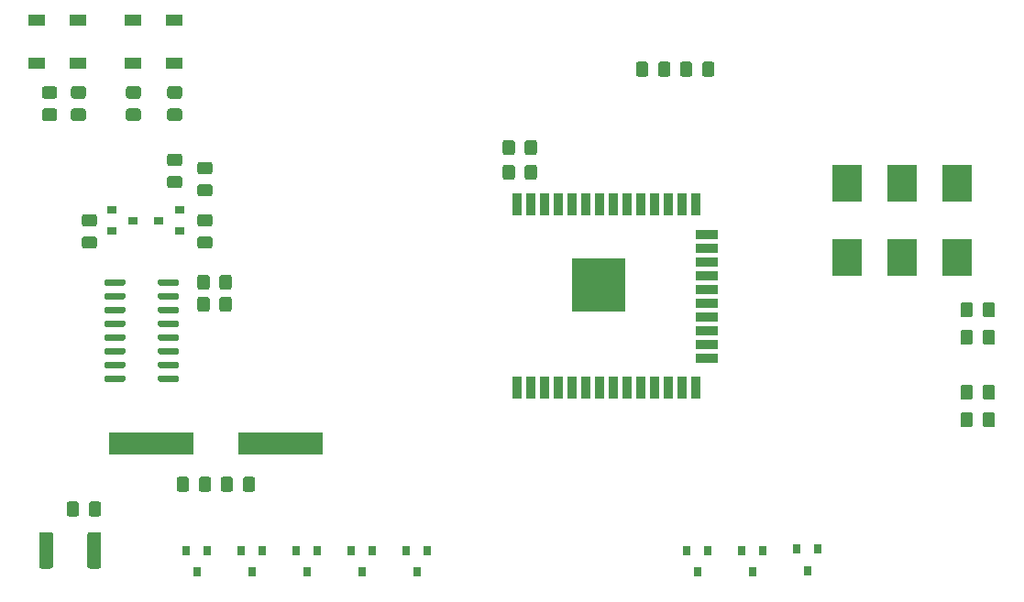
<source format=gbr>
G04 #@! TF.GenerationSoftware,KiCad,Pcbnew,5.1.10-88a1d61d58~88~ubuntu20.04.1*
G04 #@! TF.CreationDate,2021-07-01T12:33:08+02:00*
G04 #@! TF.ProjectId,chamber-board,6368616d-6265-4722-9d62-6f6172642e6b,rev?*
G04 #@! TF.SameCoordinates,Original*
G04 #@! TF.FileFunction,Paste,Bot*
G04 #@! TF.FilePolarity,Positive*
%FSLAX46Y46*%
G04 Gerber Fmt 4.6, Leading zero omitted, Abs format (unit mm)*
G04 Created by KiCad (PCBNEW 5.1.10-88a1d61d58~88~ubuntu20.04.1) date 2021-07-01 12:33:08*
%MOMM*%
%LPD*%
G01*
G04 APERTURE LIST*
%ADD10R,5.000000X5.000000*%
%ADD11R,0.900000X2.000000*%
%ADD12R,2.000000X0.900000*%
%ADD13R,7.875000X2.000000*%
%ADD14R,2.700000X3.500000*%
%ADD15R,1.500000X1.050000*%
%ADD16R,0.800000X0.900000*%
%ADD17R,0.900000X0.800000*%
G04 APERTURE END LIST*
D10*
X163075000Y-74565000D03*
D11*
X155575000Y-67065000D03*
X156845000Y-67065000D03*
X158115000Y-67065000D03*
X159385000Y-67065000D03*
X160655000Y-67065000D03*
X161925000Y-67065000D03*
X163195000Y-67065000D03*
X164465000Y-67065000D03*
X165735000Y-67065000D03*
X167005000Y-67065000D03*
X168275000Y-67065000D03*
X169545000Y-67065000D03*
X170815000Y-67065000D03*
X172085000Y-67065000D03*
D12*
X173085000Y-69850000D03*
X173085000Y-71120000D03*
X173085000Y-72390000D03*
X173085000Y-73660000D03*
X173085000Y-74930000D03*
X173085000Y-76200000D03*
X173085000Y-77470000D03*
X173085000Y-78740000D03*
X173085000Y-80010000D03*
X173085000Y-81280000D03*
D11*
X172085000Y-84065000D03*
X170815000Y-84065000D03*
X169545000Y-84065000D03*
X168275000Y-84065000D03*
X167005000Y-84065000D03*
X165735000Y-84065000D03*
X164465000Y-84065000D03*
X163195000Y-84065000D03*
X161925000Y-84065000D03*
X160655000Y-84065000D03*
X159385000Y-84065000D03*
X158115000Y-84065000D03*
X156845000Y-84065000D03*
X155575000Y-84065000D03*
G36*
G01*
X131394000Y-92513999D02*
X131394000Y-93414001D01*
G75*
G02*
X131144001Y-93664000I-249999J0D01*
G01*
X130493999Y-93664000D01*
G75*
G02*
X130244000Y-93414001I0J249999D01*
G01*
X130244000Y-92513999D01*
G75*
G02*
X130493999Y-92264000I249999J0D01*
G01*
X131144001Y-92264000D01*
G75*
G02*
X131394000Y-92513999I0J-249999D01*
G01*
G37*
G36*
G01*
X129344000Y-92513999D02*
X129344000Y-93414001D01*
G75*
G02*
X129094001Y-93664000I-249999J0D01*
G01*
X128443999Y-93664000D01*
G75*
G02*
X128194000Y-93414001I0J249999D01*
G01*
X128194000Y-92513999D01*
G75*
G02*
X128443999Y-92264000I249999J0D01*
G01*
X129094001Y-92264000D01*
G75*
G02*
X129344000Y-92513999I0J-249999D01*
G01*
G37*
G36*
G01*
X126180000Y-93414001D02*
X126180000Y-92513999D01*
G75*
G02*
X126429999Y-92264000I249999J0D01*
G01*
X127080001Y-92264000D01*
G75*
G02*
X127330000Y-92513999I0J-249999D01*
G01*
X127330000Y-93414001D01*
G75*
G02*
X127080001Y-93664000I-249999J0D01*
G01*
X126429999Y-93664000D01*
G75*
G02*
X126180000Y-93414001I0J249999D01*
G01*
G37*
G36*
G01*
X124130000Y-93414001D02*
X124130000Y-92513999D01*
G75*
G02*
X124379999Y-92264000I249999J0D01*
G01*
X125030001Y-92264000D01*
G75*
G02*
X125280000Y-92513999I0J-249999D01*
G01*
X125280000Y-93414001D01*
G75*
G02*
X125030001Y-93664000I-249999J0D01*
G01*
X124379999Y-93664000D01*
G75*
G02*
X124130000Y-93414001I0J249999D01*
G01*
G37*
G36*
G01*
X113970000Y-95700001D02*
X113970000Y-94799999D01*
G75*
G02*
X114219999Y-94550000I249999J0D01*
G01*
X114870001Y-94550000D01*
G75*
G02*
X115120000Y-94799999I0J-249999D01*
G01*
X115120000Y-95700001D01*
G75*
G02*
X114870001Y-95950000I-249999J0D01*
G01*
X114219999Y-95950000D01*
G75*
G02*
X113970000Y-95700001I0J249999D01*
G01*
G37*
G36*
G01*
X116020000Y-95700001D02*
X116020000Y-94799999D01*
G75*
G02*
X116269999Y-94550000I249999J0D01*
G01*
X116920001Y-94550000D01*
G75*
G02*
X117170000Y-94799999I0J-249999D01*
G01*
X117170000Y-95700001D01*
G75*
G02*
X116920001Y-95950000I-249999J0D01*
G01*
X116269999Y-95950000D01*
G75*
G02*
X116020000Y-95700001I0J249999D01*
G01*
G37*
G36*
G01*
X155379000Y-63684999D02*
X155379000Y-64585001D01*
G75*
G02*
X155129001Y-64835000I-249999J0D01*
G01*
X154478999Y-64835000D01*
G75*
G02*
X154229000Y-64585001I0J249999D01*
G01*
X154229000Y-63684999D01*
G75*
G02*
X154478999Y-63435000I249999J0D01*
G01*
X155129001Y-63435000D01*
G75*
G02*
X155379000Y-63684999I0J-249999D01*
G01*
G37*
G36*
G01*
X157429000Y-63684999D02*
X157429000Y-64585001D01*
G75*
G02*
X157179001Y-64835000I-249999J0D01*
G01*
X156528999Y-64835000D01*
G75*
G02*
X156279000Y-64585001I0J249999D01*
G01*
X156279000Y-63684999D01*
G75*
G02*
X156528999Y-63435000I249999J0D01*
G01*
X157179001Y-63435000D01*
G75*
G02*
X157429000Y-63684999I0J-249999D01*
G01*
G37*
G36*
G01*
X157429000Y-61398999D02*
X157429000Y-62299001D01*
G75*
G02*
X157179001Y-62549000I-249999J0D01*
G01*
X156528999Y-62549000D01*
G75*
G02*
X156279000Y-62299001I0J249999D01*
G01*
X156279000Y-61398999D01*
G75*
G02*
X156528999Y-61149000I249999J0D01*
G01*
X157179001Y-61149000D01*
G75*
G02*
X157429000Y-61398999I0J-249999D01*
G01*
G37*
G36*
G01*
X155379000Y-61398999D02*
X155379000Y-62299001D01*
G75*
G02*
X155129001Y-62549000I-249999J0D01*
G01*
X154478999Y-62549000D01*
G75*
G02*
X154229000Y-62299001I0J249999D01*
G01*
X154229000Y-61398999D01*
G75*
G02*
X154478999Y-61149000I249999J0D01*
G01*
X155129001Y-61149000D01*
G75*
G02*
X155379000Y-61398999I0J-249999D01*
G01*
G37*
G36*
G01*
X198570000Y-84905001D02*
X198570000Y-84004999D01*
G75*
G02*
X198819999Y-83755000I249999J0D01*
G01*
X199470001Y-83755000D01*
G75*
G02*
X199720000Y-84004999I0J-249999D01*
G01*
X199720000Y-84905001D01*
G75*
G02*
X199470001Y-85155000I-249999J0D01*
G01*
X198819999Y-85155000D01*
G75*
G02*
X198570000Y-84905001I0J249999D01*
G01*
G37*
G36*
G01*
X196520000Y-84905001D02*
X196520000Y-84004999D01*
G75*
G02*
X196769999Y-83755000I249999J0D01*
G01*
X197420001Y-83755000D01*
G75*
G02*
X197670000Y-84004999I0J-249999D01*
G01*
X197670000Y-84905001D01*
G75*
G02*
X197420001Y-85155000I-249999J0D01*
G01*
X196769999Y-85155000D01*
G75*
G02*
X196520000Y-84905001I0J249999D01*
G01*
G37*
G36*
G01*
X196520000Y-87445001D02*
X196520000Y-86544999D01*
G75*
G02*
X196769999Y-86295000I249999J0D01*
G01*
X197420001Y-86295000D01*
G75*
G02*
X197670000Y-86544999I0J-249999D01*
G01*
X197670000Y-87445001D01*
G75*
G02*
X197420001Y-87695000I-249999J0D01*
G01*
X196769999Y-87695000D01*
G75*
G02*
X196520000Y-87445001I0J249999D01*
G01*
G37*
G36*
G01*
X198570000Y-87445001D02*
X198570000Y-86544999D01*
G75*
G02*
X198819999Y-86295000I249999J0D01*
G01*
X199470001Y-86295000D01*
G75*
G02*
X199720000Y-86544999I0J-249999D01*
G01*
X199720000Y-87445001D01*
G75*
G02*
X199470001Y-87695000I-249999J0D01*
G01*
X198819999Y-87695000D01*
G75*
G02*
X198570000Y-87445001I0J249999D01*
G01*
G37*
G36*
G01*
X198570000Y-77285001D02*
X198570000Y-76384999D01*
G75*
G02*
X198819999Y-76135000I249999J0D01*
G01*
X199470001Y-76135000D01*
G75*
G02*
X199720000Y-76384999I0J-249999D01*
G01*
X199720000Y-77285001D01*
G75*
G02*
X199470001Y-77535000I-249999J0D01*
G01*
X198819999Y-77535000D01*
G75*
G02*
X198570000Y-77285001I0J249999D01*
G01*
G37*
G36*
G01*
X196520000Y-77285001D02*
X196520000Y-76384999D01*
G75*
G02*
X196769999Y-76135000I249999J0D01*
G01*
X197420001Y-76135000D01*
G75*
G02*
X197670000Y-76384999I0J-249999D01*
G01*
X197670000Y-77285001D01*
G75*
G02*
X197420001Y-77535000I-249999J0D01*
G01*
X196769999Y-77535000D01*
G75*
G02*
X196520000Y-77285001I0J249999D01*
G01*
G37*
G36*
G01*
X196520000Y-79825001D02*
X196520000Y-78924999D01*
G75*
G02*
X196769999Y-78675000I249999J0D01*
G01*
X197420001Y-78675000D01*
G75*
G02*
X197670000Y-78924999I0J-249999D01*
G01*
X197670000Y-79825001D01*
G75*
G02*
X197420001Y-80075000I-249999J0D01*
G01*
X196769999Y-80075000D01*
G75*
G02*
X196520000Y-79825001I0J249999D01*
G01*
G37*
G36*
G01*
X198570000Y-79825001D02*
X198570000Y-78924999D01*
G75*
G02*
X198819999Y-78675000I249999J0D01*
G01*
X199470001Y-78675000D01*
G75*
G02*
X199720000Y-78924999I0J-249999D01*
G01*
X199720000Y-79825001D01*
G75*
G02*
X199470001Y-80075000I-249999J0D01*
G01*
X198819999Y-80075000D01*
G75*
G02*
X198570000Y-79825001I0J249999D01*
G01*
G37*
D13*
X133699500Y-89154000D03*
X121824500Y-89154000D03*
D14*
X191135000Y-71980000D03*
X191135000Y-65180000D03*
X196215000Y-65180000D03*
X196215000Y-71980000D03*
X186055000Y-65180000D03*
X186055000Y-71980000D03*
G36*
G01*
X111425000Y-100510000D02*
X111425000Y-97610000D01*
G75*
G02*
X111675000Y-97360000I250000J0D01*
G01*
X112475000Y-97360000D01*
G75*
G02*
X112725000Y-97610000I0J-250000D01*
G01*
X112725000Y-100510000D01*
G75*
G02*
X112475000Y-100760000I-250000J0D01*
G01*
X111675000Y-100760000D01*
G75*
G02*
X111425000Y-100510000I0J250000D01*
G01*
G37*
G36*
G01*
X115875000Y-100510000D02*
X115875000Y-97610000D01*
G75*
G02*
X116125000Y-97360000I250000J0D01*
G01*
X116925000Y-97360000D01*
G75*
G02*
X117175000Y-97610000I0J-250000D01*
G01*
X117175000Y-100510000D01*
G75*
G02*
X116925000Y-100760000I-250000J0D01*
G01*
X116125000Y-100760000D01*
G75*
G02*
X115875000Y-100510000I0J250000D01*
G01*
G37*
D15*
X123916640Y-50042461D03*
X123916640Y-54042461D03*
X115026640Y-54042461D03*
X115026640Y-50042461D03*
X120106640Y-50042461D03*
X120106640Y-54042461D03*
X111216640Y-54042461D03*
X111216640Y-50042461D03*
G36*
G01*
X124354000Y-74145000D02*
X124354000Y-74445000D01*
G75*
G02*
X124204000Y-74595000I-150000J0D01*
G01*
X122554000Y-74595000D01*
G75*
G02*
X122404000Y-74445000I0J150000D01*
G01*
X122404000Y-74145000D01*
G75*
G02*
X122554000Y-73995000I150000J0D01*
G01*
X124204000Y-73995000D01*
G75*
G02*
X124354000Y-74145000I0J-150000D01*
G01*
G37*
G36*
G01*
X124354000Y-75415000D02*
X124354000Y-75715000D01*
G75*
G02*
X124204000Y-75865000I-150000J0D01*
G01*
X122554000Y-75865000D01*
G75*
G02*
X122404000Y-75715000I0J150000D01*
G01*
X122404000Y-75415000D01*
G75*
G02*
X122554000Y-75265000I150000J0D01*
G01*
X124204000Y-75265000D01*
G75*
G02*
X124354000Y-75415000I0J-150000D01*
G01*
G37*
G36*
G01*
X124354000Y-76685000D02*
X124354000Y-76985000D01*
G75*
G02*
X124204000Y-77135000I-150000J0D01*
G01*
X122554000Y-77135000D01*
G75*
G02*
X122404000Y-76985000I0J150000D01*
G01*
X122404000Y-76685000D01*
G75*
G02*
X122554000Y-76535000I150000J0D01*
G01*
X124204000Y-76535000D01*
G75*
G02*
X124354000Y-76685000I0J-150000D01*
G01*
G37*
G36*
G01*
X124354000Y-77955000D02*
X124354000Y-78255000D01*
G75*
G02*
X124204000Y-78405000I-150000J0D01*
G01*
X122554000Y-78405000D01*
G75*
G02*
X122404000Y-78255000I0J150000D01*
G01*
X122404000Y-77955000D01*
G75*
G02*
X122554000Y-77805000I150000J0D01*
G01*
X124204000Y-77805000D01*
G75*
G02*
X124354000Y-77955000I0J-150000D01*
G01*
G37*
G36*
G01*
X124354000Y-79225000D02*
X124354000Y-79525000D01*
G75*
G02*
X124204000Y-79675000I-150000J0D01*
G01*
X122554000Y-79675000D01*
G75*
G02*
X122404000Y-79525000I0J150000D01*
G01*
X122404000Y-79225000D01*
G75*
G02*
X122554000Y-79075000I150000J0D01*
G01*
X124204000Y-79075000D01*
G75*
G02*
X124354000Y-79225000I0J-150000D01*
G01*
G37*
G36*
G01*
X124354000Y-80495000D02*
X124354000Y-80795000D01*
G75*
G02*
X124204000Y-80945000I-150000J0D01*
G01*
X122554000Y-80945000D01*
G75*
G02*
X122404000Y-80795000I0J150000D01*
G01*
X122404000Y-80495000D01*
G75*
G02*
X122554000Y-80345000I150000J0D01*
G01*
X124204000Y-80345000D01*
G75*
G02*
X124354000Y-80495000I0J-150000D01*
G01*
G37*
G36*
G01*
X124354000Y-81765000D02*
X124354000Y-82065000D01*
G75*
G02*
X124204000Y-82215000I-150000J0D01*
G01*
X122554000Y-82215000D01*
G75*
G02*
X122404000Y-82065000I0J150000D01*
G01*
X122404000Y-81765000D01*
G75*
G02*
X122554000Y-81615000I150000J0D01*
G01*
X124204000Y-81615000D01*
G75*
G02*
X124354000Y-81765000I0J-150000D01*
G01*
G37*
G36*
G01*
X124354000Y-83035000D02*
X124354000Y-83335000D01*
G75*
G02*
X124204000Y-83485000I-150000J0D01*
G01*
X122554000Y-83485000D01*
G75*
G02*
X122404000Y-83335000I0J150000D01*
G01*
X122404000Y-83035000D01*
G75*
G02*
X122554000Y-82885000I150000J0D01*
G01*
X124204000Y-82885000D01*
G75*
G02*
X124354000Y-83035000I0J-150000D01*
G01*
G37*
G36*
G01*
X119404000Y-83035000D02*
X119404000Y-83335000D01*
G75*
G02*
X119254000Y-83485000I-150000J0D01*
G01*
X117604000Y-83485000D01*
G75*
G02*
X117454000Y-83335000I0J150000D01*
G01*
X117454000Y-83035000D01*
G75*
G02*
X117604000Y-82885000I150000J0D01*
G01*
X119254000Y-82885000D01*
G75*
G02*
X119404000Y-83035000I0J-150000D01*
G01*
G37*
G36*
G01*
X119404000Y-81765000D02*
X119404000Y-82065000D01*
G75*
G02*
X119254000Y-82215000I-150000J0D01*
G01*
X117604000Y-82215000D01*
G75*
G02*
X117454000Y-82065000I0J150000D01*
G01*
X117454000Y-81765000D01*
G75*
G02*
X117604000Y-81615000I150000J0D01*
G01*
X119254000Y-81615000D01*
G75*
G02*
X119404000Y-81765000I0J-150000D01*
G01*
G37*
G36*
G01*
X119404000Y-80495000D02*
X119404000Y-80795000D01*
G75*
G02*
X119254000Y-80945000I-150000J0D01*
G01*
X117604000Y-80945000D01*
G75*
G02*
X117454000Y-80795000I0J150000D01*
G01*
X117454000Y-80495000D01*
G75*
G02*
X117604000Y-80345000I150000J0D01*
G01*
X119254000Y-80345000D01*
G75*
G02*
X119404000Y-80495000I0J-150000D01*
G01*
G37*
G36*
G01*
X119404000Y-79225000D02*
X119404000Y-79525000D01*
G75*
G02*
X119254000Y-79675000I-150000J0D01*
G01*
X117604000Y-79675000D01*
G75*
G02*
X117454000Y-79525000I0J150000D01*
G01*
X117454000Y-79225000D01*
G75*
G02*
X117604000Y-79075000I150000J0D01*
G01*
X119254000Y-79075000D01*
G75*
G02*
X119404000Y-79225000I0J-150000D01*
G01*
G37*
G36*
G01*
X119404000Y-77955000D02*
X119404000Y-78255000D01*
G75*
G02*
X119254000Y-78405000I-150000J0D01*
G01*
X117604000Y-78405000D01*
G75*
G02*
X117454000Y-78255000I0J150000D01*
G01*
X117454000Y-77955000D01*
G75*
G02*
X117604000Y-77805000I150000J0D01*
G01*
X119254000Y-77805000D01*
G75*
G02*
X119404000Y-77955000I0J-150000D01*
G01*
G37*
G36*
G01*
X119404000Y-76685000D02*
X119404000Y-76985000D01*
G75*
G02*
X119254000Y-77135000I-150000J0D01*
G01*
X117604000Y-77135000D01*
G75*
G02*
X117454000Y-76985000I0J150000D01*
G01*
X117454000Y-76685000D01*
G75*
G02*
X117604000Y-76535000I150000J0D01*
G01*
X119254000Y-76535000D01*
G75*
G02*
X119404000Y-76685000I0J-150000D01*
G01*
G37*
G36*
G01*
X119404000Y-75415000D02*
X119404000Y-75715000D01*
G75*
G02*
X119254000Y-75865000I-150000J0D01*
G01*
X117604000Y-75865000D01*
G75*
G02*
X117454000Y-75715000I0J150000D01*
G01*
X117454000Y-75415000D01*
G75*
G02*
X117604000Y-75265000I150000J0D01*
G01*
X119254000Y-75265000D01*
G75*
G02*
X119404000Y-75415000I0J-150000D01*
G01*
G37*
G36*
G01*
X119404000Y-74145000D02*
X119404000Y-74445000D01*
G75*
G02*
X119254000Y-74595000I-150000J0D01*
G01*
X117604000Y-74595000D01*
G75*
G02*
X117454000Y-74445000I0J150000D01*
G01*
X117454000Y-74145000D01*
G75*
G02*
X117604000Y-73995000I150000J0D01*
G01*
X119254000Y-73995000D01*
G75*
G02*
X119404000Y-74145000I0J-150000D01*
G01*
G37*
D16*
X182372000Y-100949000D03*
X183322000Y-98949000D03*
X181422000Y-98949000D03*
X176342000Y-99076000D03*
X178242000Y-99076000D03*
X177292000Y-101076000D03*
X172212000Y-101076000D03*
X173162000Y-99076000D03*
X171262000Y-99076000D03*
X145354000Y-99076000D03*
X147254000Y-99076000D03*
X146304000Y-101076000D03*
X136144000Y-101076000D03*
X137094000Y-99076000D03*
X135194000Y-99076000D03*
X130114000Y-99076000D03*
X132014000Y-99076000D03*
X131064000Y-101076000D03*
X125984000Y-101076000D03*
X126934000Y-99076000D03*
X125034000Y-99076000D03*
D17*
X118126000Y-69530000D03*
X118126000Y-67630000D03*
X120126000Y-68580000D03*
X122444000Y-68580000D03*
X124444000Y-69530000D03*
X124444000Y-67630000D03*
D16*
X140274000Y-99076000D03*
X142174000Y-99076000D03*
X141224000Y-101076000D03*
G36*
G01*
X115627999Y-70046000D02*
X116528001Y-70046000D01*
G75*
G02*
X116778000Y-70295999I0J-249999D01*
G01*
X116778000Y-70946001D01*
G75*
G02*
X116528001Y-71196000I-249999J0D01*
G01*
X115627999Y-71196000D01*
G75*
G02*
X115378000Y-70946001I0J249999D01*
G01*
X115378000Y-70295999D01*
G75*
G02*
X115627999Y-70046000I249999J0D01*
G01*
G37*
G36*
G01*
X115627999Y-67996000D02*
X116528001Y-67996000D01*
G75*
G02*
X116778000Y-68245999I0J-249999D01*
G01*
X116778000Y-68896001D01*
G75*
G02*
X116528001Y-69146000I-249999J0D01*
G01*
X115627999Y-69146000D01*
G75*
G02*
X115378000Y-68896001I0J249999D01*
G01*
X115378000Y-68245999D01*
G75*
G02*
X115627999Y-67996000I249999J0D01*
G01*
G37*
G36*
G01*
X170612000Y-55060001D02*
X170612000Y-54159999D01*
G75*
G02*
X170861999Y-53910000I249999J0D01*
G01*
X171512001Y-53910000D01*
G75*
G02*
X171762000Y-54159999I0J-249999D01*
G01*
X171762000Y-55060001D01*
G75*
G02*
X171512001Y-55310000I-249999J0D01*
G01*
X170861999Y-55310000D01*
G75*
G02*
X170612000Y-55060001I0J249999D01*
G01*
G37*
G36*
G01*
X172662000Y-55060001D02*
X172662000Y-54159999D01*
G75*
G02*
X172911999Y-53910000I249999J0D01*
G01*
X173562001Y-53910000D01*
G75*
G02*
X173812000Y-54159999I0J-249999D01*
G01*
X173812000Y-55060001D01*
G75*
G02*
X173562001Y-55310000I-249999J0D01*
G01*
X172911999Y-55310000D01*
G75*
G02*
X172662000Y-55060001I0J249999D01*
G01*
G37*
G36*
G01*
X127185000Y-73844999D02*
X127185000Y-74745001D01*
G75*
G02*
X126935001Y-74995000I-249999J0D01*
G01*
X126284999Y-74995000D01*
G75*
G02*
X126035000Y-74745001I0J249999D01*
G01*
X126035000Y-73844999D01*
G75*
G02*
X126284999Y-73595000I249999J0D01*
G01*
X126935001Y-73595000D01*
G75*
G02*
X127185000Y-73844999I0J-249999D01*
G01*
G37*
G36*
G01*
X129235000Y-73844999D02*
X129235000Y-74745001D01*
G75*
G02*
X128985001Y-74995000I-249999J0D01*
G01*
X128334999Y-74995000D01*
G75*
G02*
X128085000Y-74745001I0J249999D01*
G01*
X128085000Y-73844999D01*
G75*
G02*
X128334999Y-73595000I249999J0D01*
G01*
X128985001Y-73595000D01*
G75*
G02*
X129235000Y-73844999I0J-249999D01*
G01*
G37*
G36*
G01*
X129235000Y-75876999D02*
X129235000Y-76777001D01*
G75*
G02*
X128985001Y-77027000I-249999J0D01*
G01*
X128334999Y-77027000D01*
G75*
G02*
X128085000Y-76777001I0J249999D01*
G01*
X128085000Y-75876999D01*
G75*
G02*
X128334999Y-75627000I249999J0D01*
G01*
X128985001Y-75627000D01*
G75*
G02*
X129235000Y-75876999I0J-249999D01*
G01*
G37*
G36*
G01*
X127185000Y-75876999D02*
X127185000Y-76777001D01*
G75*
G02*
X126935001Y-77027000I-249999J0D01*
G01*
X126284999Y-77027000D01*
G75*
G02*
X126035000Y-76777001I0J249999D01*
G01*
X126035000Y-75876999D01*
G75*
G02*
X126284999Y-75627000I249999J0D01*
G01*
X126935001Y-75627000D01*
G75*
G02*
X127185000Y-75876999I0J-249999D01*
G01*
G37*
G36*
G01*
X111944999Y-58235000D02*
X112845001Y-58235000D01*
G75*
G02*
X113095000Y-58484999I0J-249999D01*
G01*
X113095000Y-59135001D01*
G75*
G02*
X112845001Y-59385000I-249999J0D01*
G01*
X111944999Y-59385000D01*
G75*
G02*
X111695000Y-59135001I0J249999D01*
G01*
X111695000Y-58484999D01*
G75*
G02*
X111944999Y-58235000I249999J0D01*
G01*
G37*
G36*
G01*
X111944999Y-56185000D02*
X112845001Y-56185000D01*
G75*
G02*
X113095000Y-56434999I0J-249999D01*
G01*
X113095000Y-57085001D01*
G75*
G02*
X112845001Y-57335000I-249999J0D01*
G01*
X111944999Y-57335000D01*
G75*
G02*
X111695000Y-57085001I0J249999D01*
G01*
X111695000Y-56434999D01*
G75*
G02*
X111944999Y-56185000I249999J0D01*
G01*
G37*
G36*
G01*
X114611999Y-56185000D02*
X115512001Y-56185000D01*
G75*
G02*
X115762000Y-56434999I0J-249999D01*
G01*
X115762000Y-57085001D01*
G75*
G02*
X115512001Y-57335000I-249999J0D01*
G01*
X114611999Y-57335000D01*
G75*
G02*
X114362000Y-57085001I0J249999D01*
G01*
X114362000Y-56434999D01*
G75*
G02*
X114611999Y-56185000I249999J0D01*
G01*
G37*
G36*
G01*
X114611999Y-58235000D02*
X115512001Y-58235000D01*
G75*
G02*
X115762000Y-58484999I0J-249999D01*
G01*
X115762000Y-59135001D01*
G75*
G02*
X115512001Y-59385000I-249999J0D01*
G01*
X114611999Y-59385000D01*
G75*
G02*
X114362000Y-59135001I0J249999D01*
G01*
X114362000Y-58484999D01*
G75*
G02*
X114611999Y-58235000I249999J0D01*
G01*
G37*
G36*
G01*
X123501999Y-58235000D02*
X124402001Y-58235000D01*
G75*
G02*
X124652000Y-58484999I0J-249999D01*
G01*
X124652000Y-59135001D01*
G75*
G02*
X124402001Y-59385000I-249999J0D01*
G01*
X123501999Y-59385000D01*
G75*
G02*
X123252000Y-59135001I0J249999D01*
G01*
X123252000Y-58484999D01*
G75*
G02*
X123501999Y-58235000I249999J0D01*
G01*
G37*
G36*
G01*
X123501999Y-56185000D02*
X124402001Y-56185000D01*
G75*
G02*
X124652000Y-56434999I0J-249999D01*
G01*
X124652000Y-57085001D01*
G75*
G02*
X124402001Y-57335000I-249999J0D01*
G01*
X123501999Y-57335000D01*
G75*
G02*
X123252000Y-57085001I0J249999D01*
G01*
X123252000Y-56434999D01*
G75*
G02*
X123501999Y-56185000I249999J0D01*
G01*
G37*
G36*
G01*
X126295999Y-67996000D02*
X127196001Y-67996000D01*
G75*
G02*
X127446000Y-68245999I0J-249999D01*
G01*
X127446000Y-68896001D01*
G75*
G02*
X127196001Y-69146000I-249999J0D01*
G01*
X126295999Y-69146000D01*
G75*
G02*
X126046000Y-68896001I0J249999D01*
G01*
X126046000Y-68245999D01*
G75*
G02*
X126295999Y-67996000I249999J0D01*
G01*
G37*
G36*
G01*
X126295999Y-70046000D02*
X127196001Y-70046000D01*
G75*
G02*
X127446000Y-70295999I0J-249999D01*
G01*
X127446000Y-70946001D01*
G75*
G02*
X127196001Y-71196000I-249999J0D01*
G01*
X126295999Y-71196000D01*
G75*
G02*
X126046000Y-70946001I0J249999D01*
G01*
X126046000Y-70295999D01*
G75*
G02*
X126295999Y-70046000I249999J0D01*
G01*
G37*
G36*
G01*
X119691999Y-58235000D02*
X120592001Y-58235000D01*
G75*
G02*
X120842000Y-58484999I0J-249999D01*
G01*
X120842000Y-59135001D01*
G75*
G02*
X120592001Y-59385000I-249999J0D01*
G01*
X119691999Y-59385000D01*
G75*
G02*
X119442000Y-59135001I0J249999D01*
G01*
X119442000Y-58484999D01*
G75*
G02*
X119691999Y-58235000I249999J0D01*
G01*
G37*
G36*
G01*
X119691999Y-56185000D02*
X120592001Y-56185000D01*
G75*
G02*
X120842000Y-56434999I0J-249999D01*
G01*
X120842000Y-57085001D01*
G75*
G02*
X120592001Y-57335000I-249999J0D01*
G01*
X119691999Y-57335000D01*
G75*
G02*
X119442000Y-57085001I0J249999D01*
G01*
X119442000Y-56434999D01*
G75*
G02*
X119691999Y-56185000I249999J0D01*
G01*
G37*
G36*
G01*
X126295999Y-63170000D02*
X127196001Y-63170000D01*
G75*
G02*
X127446000Y-63419999I0J-249999D01*
G01*
X127446000Y-64070001D01*
G75*
G02*
X127196001Y-64320000I-249999J0D01*
G01*
X126295999Y-64320000D01*
G75*
G02*
X126046000Y-64070001I0J249999D01*
G01*
X126046000Y-63419999D01*
G75*
G02*
X126295999Y-63170000I249999J0D01*
G01*
G37*
G36*
G01*
X126295999Y-65220000D02*
X127196001Y-65220000D01*
G75*
G02*
X127446000Y-65469999I0J-249999D01*
G01*
X127446000Y-66120001D01*
G75*
G02*
X127196001Y-66370000I-249999J0D01*
G01*
X126295999Y-66370000D01*
G75*
G02*
X126046000Y-66120001I0J249999D01*
G01*
X126046000Y-65469999D01*
G75*
G02*
X126295999Y-65220000I249999J0D01*
G01*
G37*
G36*
G01*
X123501999Y-64458000D02*
X124402001Y-64458000D01*
G75*
G02*
X124652000Y-64707999I0J-249999D01*
G01*
X124652000Y-65358001D01*
G75*
G02*
X124402001Y-65608000I-249999J0D01*
G01*
X123501999Y-65608000D01*
G75*
G02*
X123252000Y-65358001I0J249999D01*
G01*
X123252000Y-64707999D01*
G75*
G02*
X123501999Y-64458000I249999J0D01*
G01*
G37*
G36*
G01*
X123501999Y-62408000D02*
X124402001Y-62408000D01*
G75*
G02*
X124652000Y-62657999I0J-249999D01*
G01*
X124652000Y-63308001D01*
G75*
G02*
X124402001Y-63558000I-249999J0D01*
G01*
X123501999Y-63558000D01*
G75*
G02*
X123252000Y-63308001I0J249999D01*
G01*
X123252000Y-62657999D01*
G75*
G02*
X123501999Y-62408000I249999J0D01*
G01*
G37*
G36*
G01*
X169748000Y-54159999D02*
X169748000Y-55060001D01*
G75*
G02*
X169498001Y-55310000I-249999J0D01*
G01*
X168847999Y-55310000D01*
G75*
G02*
X168598000Y-55060001I0J249999D01*
G01*
X168598000Y-54159999D01*
G75*
G02*
X168847999Y-53910000I249999J0D01*
G01*
X169498001Y-53910000D01*
G75*
G02*
X169748000Y-54159999I0J-249999D01*
G01*
G37*
G36*
G01*
X167698000Y-54159999D02*
X167698000Y-55060001D01*
G75*
G02*
X167448001Y-55310000I-249999J0D01*
G01*
X166797999Y-55310000D01*
G75*
G02*
X166548000Y-55060001I0J249999D01*
G01*
X166548000Y-54159999D01*
G75*
G02*
X166797999Y-53910000I249999J0D01*
G01*
X167448001Y-53910000D01*
G75*
G02*
X167698000Y-54159999I0J-249999D01*
G01*
G37*
M02*

</source>
